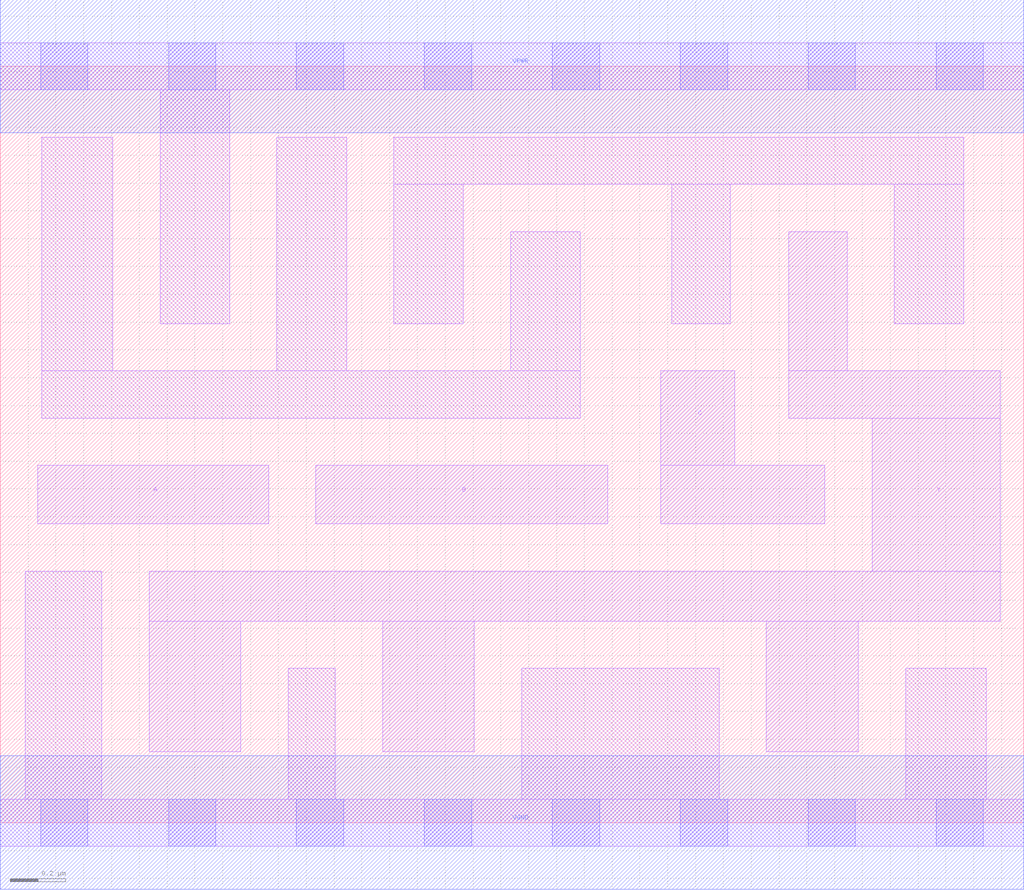
<source format=lef>
# Copyright 2020 The SkyWater PDK Authors
#
# Licensed under the Apache License, Version 2.0 (the "License");
# you may not use this file except in compliance with the License.
# You may obtain a copy of the License at
#
#     https://www.apache.org/licenses/LICENSE-2.0
#
# Unless required by applicable law or agreed to in writing, software
# distributed under the License is distributed on an "AS IS" BASIS,
# WITHOUT WARRANTIES OR CONDITIONS OF ANY KIND, either express or implied.
# See the License for the specific language governing permissions and
# limitations under the License.
#
# SPDX-License-Identifier: Apache-2.0

VERSION 5.7 ;
  NOWIREEXTENSIONATPIN ON ;
  DIVIDERCHAR "/" ;
  BUSBITCHARS "[]" ;
UNITS
  DATABASE MICRONS 200 ;
END UNITS
MACRO sky130_fd_sc_hd__nor3_2
  CLASS CORE ;
  FOREIGN sky130_fd_sc_hd__nor3_2 ;
  ORIGIN  0.000000  0.000000 ;
  SIZE  3.680000 BY  2.720000 ;
  SYMMETRY X Y R90 ;
  SITE unithd ;
  PIN A
    ANTENNAGATEAREA  0.495000 ;
    DIRECTION INPUT ;
    USE SIGNAL ;
    PORT
      LAYER li1 ;
        RECT 0.135000 1.075000 0.965000 1.285000 ;
    END
  END A
  PIN B
    ANTENNAGATEAREA  0.495000 ;
    DIRECTION INPUT ;
    USE SIGNAL ;
    PORT
      LAYER li1 ;
        RECT 1.135000 1.075000 2.185000 1.285000 ;
    END
  END B
  PIN C
    ANTENNAGATEAREA  0.495000 ;
    DIRECTION INPUT ;
    USE SIGNAL ;
    PORT
      LAYER li1 ;
        RECT 2.375000 1.075000 2.965000 1.285000 ;
        RECT 2.375000 1.285000 2.640000 1.625000 ;
    END
  END C
  PIN Y
    ANTENNADIFFAREA  0.796500 ;
    DIRECTION OUTPUT ;
    USE SIGNAL ;
    PORT
      LAYER li1 ;
        RECT 0.535000 0.255000 0.865000 0.725000 ;
        RECT 0.535000 0.725000 3.595000 0.905000 ;
        RECT 1.375000 0.255000 1.705000 0.725000 ;
        RECT 2.755000 0.255000 3.085000 0.725000 ;
        RECT 2.835000 1.455000 3.595000 1.625000 ;
        RECT 2.835000 1.625000 3.045000 2.125000 ;
        RECT 3.135000 0.905000 3.595000 1.455000 ;
    END
  END Y
  PIN VGND
    DIRECTION INOUT ;
    SHAPE ABUTMENT ;
    USE GROUND ;
    PORT
      LAYER met1 ;
        RECT 0.000000 -0.240000 3.680000 0.240000 ;
    END
  END VGND
  PIN VPWR
    DIRECTION INOUT ;
    SHAPE ABUTMENT ;
    USE POWER ;
    PORT
      LAYER met1 ;
        RECT 0.000000 2.480000 3.680000 2.960000 ;
    END
  END VPWR
  OBS
    LAYER li1 ;
      RECT 0.000000 -0.085000 3.680000 0.085000 ;
      RECT 0.000000  2.635000 3.680000 2.805000 ;
      RECT 0.090000  0.085000 0.365000 0.905000 ;
      RECT 0.150000  1.455000 2.085000 1.625000 ;
      RECT 0.150000  1.625000 0.405000 2.465000 ;
      RECT 0.575000  1.795000 0.825000 2.635000 ;
      RECT 0.995000  1.625000 1.245000 2.465000 ;
      RECT 1.035000  0.085000 1.205000 0.555000 ;
      RECT 1.415000  1.795000 1.665000 2.295000 ;
      RECT 1.415000  2.295000 3.465000 2.465000 ;
      RECT 1.835000  1.625000 2.085000 2.125000 ;
      RECT 1.875000  0.085000 2.585000 0.555000 ;
      RECT 2.415000  1.795000 2.625000 2.295000 ;
      RECT 3.215000  1.795000 3.465000 2.295000 ;
      RECT 3.255000  0.085000 3.545000 0.555000 ;
    LAYER mcon ;
      RECT 0.145000 -0.085000 0.315000 0.085000 ;
      RECT 0.145000  2.635000 0.315000 2.805000 ;
      RECT 0.605000 -0.085000 0.775000 0.085000 ;
      RECT 0.605000  2.635000 0.775000 2.805000 ;
      RECT 1.065000 -0.085000 1.235000 0.085000 ;
      RECT 1.065000  2.635000 1.235000 2.805000 ;
      RECT 1.525000 -0.085000 1.695000 0.085000 ;
      RECT 1.525000  2.635000 1.695000 2.805000 ;
      RECT 1.985000 -0.085000 2.155000 0.085000 ;
      RECT 1.985000  2.635000 2.155000 2.805000 ;
      RECT 2.445000 -0.085000 2.615000 0.085000 ;
      RECT 2.445000  2.635000 2.615000 2.805000 ;
      RECT 2.905000 -0.085000 3.075000 0.085000 ;
      RECT 2.905000  2.635000 3.075000 2.805000 ;
      RECT 3.365000 -0.085000 3.535000 0.085000 ;
      RECT 3.365000  2.635000 3.535000 2.805000 ;
  END
END sky130_fd_sc_hd__nor3_2
END LIBRARY

</source>
